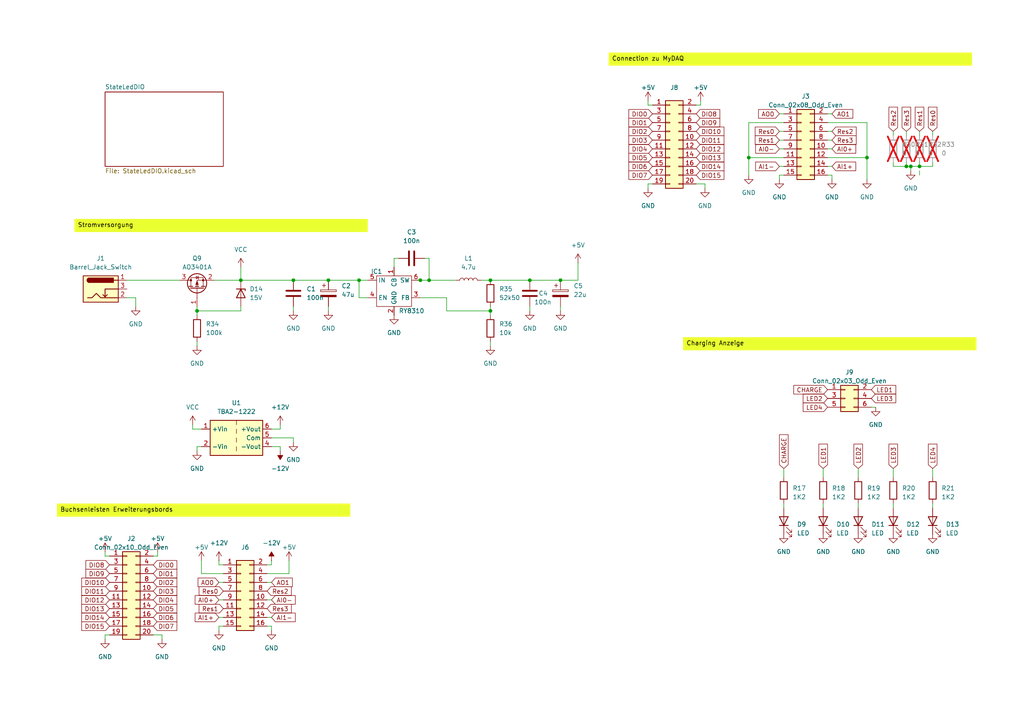
<source format=kicad_sch>
(kicad_sch (version 20231120) (generator "eeschema") (generator_version "8.0")
  (paper "A4")
  (lib_symbols
    (symbol "+5V_1" (power) (pin_numbers hide) (pin_names (offset 0) hide)
      (property "Value" "+5V" (at 0 3.556 0))
      (symbol "+5V_1_0_1"
        (polyline (pts (xy -0.762 1.27) (xy 0 2.54)))
        (polyline (pts (xy 0 0) (xy 0 2.54)))
        (polyline (pts (xy 0 2.54) (xy 0.762 1.27)))
      )
      (symbol "+5V_1_1_1"
        (pin power_in line (at 0 0 90) (length 0) (name "~") (number "1"))
      )
    )
    (symbol "Connector:Barrel_Jack_Switch" (pin_names hide)
      (property "Reference" "J" (at 0 5.334 0))
      (property "Value" "Barrel_Jack_Switch" (at 0 -5.08 0))
      (symbol "Barrel_Jack_Switch_0_1"
        (rectangle (start -5.08 3.81) (end 5.08 -3.81) (stroke (width 0.254)) (fill (type background)))
        (arc (start -3.302 3.175) (mid -3.9342 2.54) (end -3.302 1.905) (stroke (width 0.254)))
        (arc (start -3.302 3.175) (mid -3.9342 2.54) (end -3.302 1.905) (stroke (width 0.254)) (fill (type outline)))
        (polyline (pts (xy 1.27 -2.286) (xy 1.905 -1.651)) (stroke (width 0.254)))
        (polyline (pts (xy 5.08 2.54) (xy 3.81 2.54)) (stroke (width 0.254)))
        (polyline (pts (xy 5.08 0) (xy 1.27 0) (xy 1.27 -2.286) (xy 0.635 -1.651)) (stroke (width 0.254)))
        (polyline (pts (xy -3.81 -2.54) (xy -2.54 -2.54) (xy -1.27 -1.27) (xy 0 -2.54) (xy 2.54 -2.54) (xy 5.08 -2.54)) (stroke (width 0.254)))
        (rectangle (start 3.683 3.175) (end -3.302 1.905) (stroke (width 0.254)) (fill (type outline)))
      )
      (symbol "Barrel_Jack_Switch_1_1"
        (pin passive line (at 7.62 2.54 180) (length 2.54) (name "~") (number "1"))
        (pin passive line (at 7.62 -2.54 180) (length 2.54) (name "~") (number "2"))
        (pin passive line (at 7.62 0 180) (length 2.54) (name "~") (number "3"))
      )
    )
    (symbol "Connector_Generic:Conn_02x03_Odd_Even" (pin_names (offset 1.016) hide)
      (property "Reference" "J" (at 1.27 5.08 0))
      (property "Value" "Conn_02x03_Odd_Even" (at 1.27 -5.08 0))
      (symbol "Conn_02x03_Odd_Even_1_1"
        (rectangle (start -1.27 -2.413) (end 0 -2.667) (stroke (width 0.1524)))
        (rectangle (start -1.27 0.127) (end 0 -0.127) (stroke (width 0.1524)))
        (rectangle (start -1.27 2.667) (end 0 2.413) (stroke (width 0.1524)))
        (rectangle (start -1.27 3.81) (end 3.81 -3.81) (stroke (width 0.254)) (fill (type background)))
        (rectangle (start 3.81 -2.413) (end 2.54 -2.667) (stroke (width 0.1524)))
        (rectangle (start 3.81 0.127) (end 2.54 -0.127) (stroke (width 0.1524)))
        (rectangle (start 3.81 2.667) (end 2.54 2.413) (stroke (width 0.1524)))
        (pin passive line (at -5.08 2.54 0) (length 3.81) (name "Pin_1") (number "1"))
        (pin passive line (at 7.62 2.54 180) (length 3.81) (name "Pin_2") (number "2"))
        (pin passive line (at -5.08 0 0) (length 3.81) (name "Pin_3") (number "3"))
        (pin passive line (at 7.62 0 180) (length 3.81) (name "Pin_4") (number "4"))
        (pin passive line (at -5.08 -2.54 0) (length 3.81) (name "Pin_5") (number "5"))
        (pin passive line (at 7.62 -2.54 180) (length 3.81) (name "Pin_6") (number "6"))
      )
    )
    (symbol "Connector_Generic:Conn_02x08_Odd_Even" (pin_names (offset 1.016) hide)
      (property "Reference" "J" (at 1.27 10.16 0))
      (property "Value" "Conn_02x08_Odd_Even" (at 1.27 -12.7 0))
      (symbol "Conn_02x08_Odd_Even_1_1"
        (rectangle (start -1.27 -10.033) (end 0 -10.287) (stroke (width 0.1524)))
        (rectangle (start -1.27 -7.493) (end 0 -7.747) (stroke (width 0.1524)))
        (rectangle (start -1.27 -4.953) (end 0 -5.207) (stroke (width 0.1524)))
        (rectangle (start -1.27 -2.413) (end 0 -2.667) (stroke (width 0.1524)))
        (rectangle (start -1.27 0.127) (end 0 -0.127) (stroke (width 0.1524)))
        (rectangle (start -1.27 2.667) (end 0 2.413) (stroke (width 0.1524)))
        (rectangle (start -1.27 5.207) (end 0 4.953) (stroke (width 0.1524)))
        (rectangle (start -1.27 7.747) (end 0 7.493) (stroke (width 0.1524)))
        (rectangle (start -1.27 8.89) (end 3.81 -11.43) (stroke (width 0.254)) (fill (type background)))
        (rectangle (start 3.81 -10.033) (end 2.54 -10.287) (stroke (width 0.1524)))
        (rectangle (start 3.81 -7.493) (end 2.54 -7.747) (stroke (width 0.1524)))
        (rectangle (start 3.81 -4.953) (end 2.54 -5.207) (stroke (width 0.1524)))
        (rectangle (start 3.81 -2.413) (end 2.54 -2.667) (stroke (width 0.1524)))
        (rectangle (start 3.81 0.127) (end 2.54 -0.127) (stroke (width 0.1524)))
        (rectangle (start 3.81 2.667) (end 2.54 2.413) (stroke (width 0.1524)))
        (rectangle (start 3.81 5.207) (end 2.54 4.953) (stroke (width 0.1524)))
        (rectangle (start 3.81 7.747) (end 2.54 7.493) (stroke (width 0.1524)))
        (pin passive line (at -5.08 7.62 0) (length 3.81) (name "Pin_1") (number "1"))
        (pin passive line (at 7.62 -2.54 180) (length 3.81) (name "Pin_10") (number "10"))
        (pin passive line (at -5.08 -5.08 0) (length 3.81) (name "Pin_11") (number "11"))
        (pin passive line (at 7.62 -5.08 180) (length 3.81) (name "Pin_12") (number "12"))
        (pin passive line (at -5.08 -7.62 0) (length 3.81) (name "Pin_13") (number "13"))
        (pin passive line (at 7.62 -7.62 180) (length 3.81) (name "Pin_14") (number "14"))
        (pin passive line (at -5.08 -10.16 0) (length 3.81) (name "Pin_15") (number "15"))
        (pin passive line (at 7.62 -10.16 180) (length 3.81) (name "Pin_16") (number "16"))
        (pin passive line (at 7.62 7.62 180) (length 3.81) (name "Pin_2") (number "2"))
        (pin passive line (at -5.08 5.08 0) (length 3.81) (name "Pin_3") (number "3"))
        (pin passive line (at 7.62 5.08 180) (length 3.81) (name "Pin_4") (number "4"))
        (pin passive line (at -5.08 2.54 0) (length 3.81) (name "Pin_5") (number "5"))
        (pin passive line (at 7.62 2.54 180) (length 3.81) (name "Pin_6") (number "6"))
        (pin passive line (at -5.08 0 0) (length 3.81) (name "Pin_7") (number "7"))
        (pin passive line (at 7.62 0 180) (length 3.81) (name "Pin_8") (number "8"))
        (pin passive line (at -5.08 -2.54 0) (length 3.81) (name "Pin_9") (number "9"))
      )
    )
    (symbol "Connector_Generic:Conn_02x10_Odd_Even" (pin_names (offset 1.016) hide)
      (property "Reference" "J" (at 1.27 12.7 0))
      (property "Value" "Conn_02x10_Odd_Even" (at 1.27 -15.24 0))
      (symbol "Conn_02x10_Odd_Even_1_1"
        (rectangle (start -1.27 -12.573) (end 0 -12.827) (stroke (width 0.1524)))
        (rectangle (start -1.27 -10.033) (end 0 -10.287) (stroke (width 0.1524)))
        (rectangle (start -1.27 -7.493) (end 0 -7.747) (stroke (width 0.1524)))
        (rectangle (start -1.27 -4.953) (end 0 -5.207) (stroke (width 0.1524)))
        (rectangle (start -1.27 -2.413) (end 0 -2.667) (stroke (width 0.1524)))
        (rectangle (start -1.27 0.127) (end 0 -0.127) (stroke (width 0.1524)))
        (rectangle (start -1.27 2.667) (end 0 2.413) (stroke (width 0.1524)))
        (rectangle (start -1.27 5.207) (end 0 4.953) (stroke (width 0.1524)))
        (rectangle (start -1.27 7.747) (end 0 7.493) (stroke (width 0.1524)))
        (rectangle (start -1.27 10.287) (end 0 10.033) (stroke (width 0.1524)))
        (rectangle (start -1.27 11.43) (end 3.81 -13.97) (stroke (width 0.254)) (fill (type background)))
        (rectangle (start 3.81 -12.573) (end 2.54 -12.827) (stroke (width 0.1524)))
        (rectangle (start 3.81 -10.033) (end 2.54 -10.287) (stroke (width 0.1524)))
        (rectangle (start 3.81 -7.493) (end 2.54 -7.747) (stroke (width 0.1524)))
        (rectangle (start 3.81 -4.953) (end 2.54 -5.207) (stroke (width 0.1524)))
        (rectangle (start 3.81 -2.413) (end 2.54 -2.667) (stroke (width 0.1524)))
        (rectangle (start 3.81 0.127) (end 2.54 -0.127) (stroke (width 0.1524)))
        (rectangle (start 3.81 2.667) (end 2.54 2.413) (stroke (width 0.1524)))
        (rectangle (start 3.81 5.207) (end 2.54 4.953) (stroke (width 0.1524)))
        (rectangle (start 3.81 7.747) (end 2.54 7.493) (stroke (width 0.1524)))
        (rectangle (start 3.81 10.287) (end 2.54 10.033) (stroke (width 0.1524)))
        (pin passive line (at -5.08 10.16 0) (length 3.81) (name "Pin_1") (number "1"))
        (pin passive line (at 7.62 0 180) (length 3.81) (name "Pin_10") (number "10"))
        (pin passive line (at -5.08 -2.54 0) (length 3.81) (name "Pin_11") (number "11"))
        (pin passive line (at 7.62 -2.54 180) (length 3.81) (name "Pin_12") (number "12"))
        (pin passive line (at -5.08 -5.08 0) (length 3.81) (name "Pin_13") (number "13"))
        (pin passive line (at 7.62 -5.08 180) (length 3.81) (name "Pin_14") (number "14"))
        (pin passive line (at -5.08 -7.62 0) (length 3.81) (name "Pin_15") (number "15"))
        (pin passive line (at 7.62 -7.62 180) (length 3.81) (name "Pin_16") (number "16"))
        (pin passive line (at -5.08 -10.16 0) (length 3.81) (name "Pin_17") (number "17"))
        (pin passive line (at 7.62 -10.16 180) (length 3.81) (name "Pin_18") (number "18"))
        (pin passive line (at -5.08 -12.7 0) (length 3.81) (name "Pin_19") (number "19"))
        (pin passive line (at 7.62 10.16 180) (length 3.81) (name "Pin_2") (number "2"))
        (pin passive line (at 7.62 -12.7 180) (length 3.81) (name "Pin_20") (number "20"))
        (pin passive line (at -5.08 7.62 0) (length 3.81) (name "Pin_3") (number "3"))
        (pin passive line (at 7.62 7.62 180) (length 3.81) (name "Pin_4") (number "4"))
        (pin passive line (at -5.08 5.08 0) (length 3.81) (name "Pin_5") (number "5"))
        (pin passive line (at 7.62 5.08 180) (length 3.81) (name "Pin_6") (number "6"))
        (pin passive line (at -5.08 2.54 0) (length 3.81) (name "Pin_7") (number "7"))
        (pin passive line (at 7.62 2.54 180) (length 3.81) (name "Pin_8") (number "8"))
        (pin passive line (at -5.08 0 0) (length 3.81) (name "Pin_9") (number "9"))
      )
    )
    (symbol "Converter_DCDC:TBA2-1222"
      (property "Reference" "U" (at -6.35 6.35 0))
      (property "Value" "TBA2-1222" (at 2.54 6.35 0))
      (symbol "TBA2-1222_0_1"
        (rectangle (start -7.62 5.08) (end 7.62 -5.08) (stroke (width 0.254)) (fill (type background)))
        (polyline (pts (xy 0 -2.54) (xy 0 -3.81)))
        (polyline (pts (xy 0 0) (xy 0 -1.27)))
        (polyline (pts (xy 0 2.54) (xy 0 1.27)))
        (polyline (pts (xy 0 5.08) (xy 0 3.81)))
      )
      (symbol "TBA2-1222_1_1"
        (pin power_in line (at -10.16 2.54 0) (length 2.54) (name "+Vin") (number "1"))
        (pin power_in line (at -10.16 -2.54 0) (length 2.54) (name "-Vin") (number "2"))
        (pin power_out line (at 10.16 -2.54 180) (length 2.54) (name "-Vout") (number "4"))
        (pin power_out line (at 10.16 0 180) (length 2.54) (name "Com") (number "5"))
        (pin power_out line (at 10.16 2.54 180) (length 2.54) (name "+Vout") (number "6"))
      )
    )
    (symbol "Device:C" (pin_numbers hide) (pin_names (offset 0.254))
      (property "Reference" "C" (at 0.635 2.54 0))
      (property "Value" "C" (at 0.635 -2.54 0))
      (symbol "C_0_1"
        (polyline (pts (xy -2.032 -0.762) (xy 2.032 -0.762)) (stroke (width 0.508)))
        (polyline (pts (xy -2.032 0.762) (xy 2.032 0.762)) (stroke (width 0.508)))
      )
      (symbol "C_1_1"
        (pin passive line (at 0 3.81 270) (length 2.794) (name "~") (number "1"))
        (pin passive line (at 0 -3.81 90) (length 2.794) (name "~") (number "2"))
      )
    )
    (symbol "Device:C_Polarized" (pin_numbers hide) (pin_names (offset 0.254))
      (property "Reference" "C" (at 0.635 2.54 0))
      (property "Value" "C_Polarized" (at 0.635 -2.54 0))
      (symbol "C_Polarized_0_1"
        (rectangle (start -2.286 0.508) (end 2.286 1.016))
        (polyline (pts (xy -1.778 2.286) (xy -0.762 2.286)))
        (polyline (pts (xy -1.27 2.794) (xy -1.27 1.778)))
        (rectangle (start 2.286 -0.508) (end -2.286 -1.016) (fill (type outline)))
      )
      (symbol "C_Polarized_1_1"
        (pin passive line (at 0 3.81 270) (length 2.794) (name "~") (number "1"))
        (pin passive line (at 0 -3.81 90) (length 2.794) (name "~") (number "2"))
      )
    )
    (symbol "Device:D_Zener" (pin_numbers hide) (pin_names (offset 1.016) hide)
      (property "Reference" "D" (at 0 2.54 0))
      (property "Value" "D_Zener" (at 0 -2.54 0))
      (symbol "D_Zener_0_1"
        (polyline (pts (xy 1.27 0) (xy -1.27 0)))
        (polyline (pts (xy -1.27 -1.27) (xy -1.27 1.27) (xy -0.762 1.27)) (stroke (width 0.254)))
        (polyline (pts (xy 1.27 -1.27) (xy 1.27 1.27) (xy -1.27 0) (xy 1.27 -1.27)) (stroke (width 0.254)))
      )
      (symbol "D_Zener_1_1"
        (pin passive line (at -3.81 0 0) (length 2.54) (name "K") (number "1"))
        (pin passive line (at 3.81 0 180) (length 2.54) (name "A") (number "2"))
      )
    )
    (symbol "Device:L" (pin_numbers hide) (pin_names (offset 1.016) hide)
      (property "Reference" "L" (at -1.27 0 90))
      (property "Value" "L" (at 1.905 0 90))
      (symbol "L_0_1"
        (arc (start 0 -2.54) (mid 0.6323 -1.905) (end 0 -1.27))
        (arc (start 0 -1.27) (mid 0.6323 -0.635) (end 0 0))
        (arc (start 0 0) (mid 0.6323 0.635) (end 0 1.27))
        (arc (start 0 1.27) (mid 0.6323 1.905) (end 0 2.54))
      )
      (symbol "L_1_1"
        (pin passive line (at 0 3.81 270) (length 1.27) (name "1") (number "1"))
        (pin passive line (at 0 -3.81 90) (length 1.27) (name "2") (number "2"))
      )
    )
    (symbol "Device:LED" (pin_numbers hide) (pin_names (offset 1.016) hide)
      (property "Reference" "D" (at 0 2.54 0))
      (property "Value" "LED" (at 0 -2.54 0))
      (symbol "LED_0_1"
        (polyline (pts (xy -1.27 -1.27) (xy -1.27 1.27)) (stroke (width 0.254)))
        (polyline (pts (xy -1.27 0) (xy 1.27 0)))
        (polyline (pts (xy 1.27 -1.27) (xy 1.27 1.27) (xy -1.27 0) (xy 1.27 -1.27)) (stroke (width 0.254)))
        (polyline (pts (xy -3.048 -0.762) (xy -4.572 -2.286) (xy -3.81 -2.286) (xy -4.572 -2.286) (xy -4.572 -1.524)))
        (polyline (pts (xy -1.778 -0.762) (xy -3.302 -2.286) (xy -2.54 -2.286) (xy -3.302 -2.286) (xy -3.302 -1.524)))
      )
      (symbol "LED_1_1"
        (pin passive line (at -3.81 0 0) (length 2.54) (name "K") (number "1"))
        (pin passive line (at 3.81 0 180) (length 2.54) (name "A") (number "2"))
      )
    )
    (symbol "Device:R" (pin_numbers hide) (pin_names (offset 0))
      (property "Reference" "R" (at 2.032 0 90))
      (property "Value" "R" (at 0 0 90))
      (symbol "R_0_1"
        (rectangle (start -1.016 -2.54) (end 1.016 2.54) (stroke (width 0.254)))
      )
      (symbol "R_1_1"
        (pin passive line (at 0 3.81 270) (length 1.27) (name "~") (number "1"))
        (pin passive line (at 0 -3.81 90) (length 1.27) (name "~") (number "2"))
      )
    )
    (symbol "Techbeard:RY8310"
      (property "Reference" "IC" (at -5.08 6.35 0))
      (property "Value" "RY8310" (at 5.08 6.35 0))
      (symbol "RY8310_0_1"
        (rectangle (start -5.08 5.08) (end 5.08 -3.81))
      )
      (symbol "RY8310_1_1"
        (pin input line (at 0 7.62 270) (length 2.54) (name "CB") (number "1"))
        (pin input line (at 0 -6.35 90) (length 2.54) (name "GND") (number "2"))
        (pin input line (at 7.62 -1.27 180) (length 2.54) (name "FB") (number "3"))
        (pin input line (at -7.62 -1.27 0) (length 2.54) (name "EN") (number "4"))
        (pin input line (at -7.62 3.81 0) (length 2.54) (name "IN") (number "5"))
        (pin input line (at 7.62 3.81 180) (length 2.54) (name "SW") (number "6"))
      )
    )
    (symbol "Transistor_FET:AO3401A" (pin_names hide)
      (property "Reference" "Q" (at 5.08 1.905 0))
      (property "Value" "AO3401A" (at 5.08 0 0))
      (symbol "AO3401A_0_1"
        (polyline (pts (xy 0.254 0) (xy -2.54 0)))
        (polyline (pts (xy 0.254 1.905) (xy 0.254 -1.905)) (stroke (width 0.254)))
        (polyline (pts (xy 0.762 -1.27) (xy 0.762 -2.286)) (stroke (width 0.254)))
        (polyline (pts (xy 0.762 0.508) (xy 0.762 -0.508)) (stroke (width 0.254)))
        (polyline (pts (xy 0.762 2.286) (xy 0.762 1.27)) (stroke (width 0.254)))
        (polyline (pts (xy 2.54 2.54) (xy 2.54 1.778)))
        (polyline (pts (xy 2.54 -2.54) (xy 2.54 0) (xy 0.762 0)))
        (polyline (pts (xy 0.762 1.778) (xy 3.302 1.778) (xy 3.302 -1.778) (xy 0.762 -1.778)))
        (polyline (pts (xy 2.286 0) (xy 1.27 0.381) (xy 1.27 -0.381) (xy 2.286 0)) (fill (type outline)))
        (polyline (pts (xy 2.794 -0.508) (xy 2.921 -0.381) (xy 3.683 -0.381) (xy 3.81 -0.254)))
        (polyline (pts (xy 3.302 -0.381) (xy 2.921 0.254) (xy 3.683 0.254) (xy 3.302 -0.381)))
        (circle (center 1.651 0) (radius 2.794) (stroke (width 0.254)))
        (circle (center 2.54 -1.778) (radius 0.254) (fill (type outline)))
        (circle (center 2.54 1.778) (radius 0.254) (fill (type outline)))
      )
      (symbol "AO3401A_1_1"
        (pin input line (at -5.08 0 0) (length 2.54) (name "G") (number "1"))
        (pin passive line (at 2.54 -5.08 90) (length 2.54) (name "S") (number "2"))
        (pin passive line (at 2.54 5.08 270) (length 2.54) (name "D") (number "3"))
      )
    )
    (symbol "power:+12V" (power) (pin_numbers hide) (pin_names (offset 0) hide)
      (property "Value" "+12V" (at 0 3.556 0))
      (symbol "+12V_0_1"
        (polyline (pts (xy -0.762 1.27) (xy 0 2.54)))
        (polyline (pts (xy 0 0) (xy 0 2.54)))
        (polyline (pts (xy 0 2.54) (xy 0.762 1.27)))
      )
      (symbol "+12V_1_1"
        (pin power_in line (at 0 0 90) (length 0) (name "~") (number "1"))
      )
    )
    (symbol "power:+5V" (power) (pin_names (offset 0))
      (property "Value" "+5V" (at 0 3.556 0))
      (symbol "+5V_0_1"
        (polyline (pts (xy -0.762 1.27) (xy 0 2.54)))
        (polyline (pts (xy 0 0) (xy 0 2.54)))
        (polyline (pts (xy 0 2.54) (xy 0.762 1.27)))
      )
      (symbol "+5V_1_1"
        (pin power_in line (at 0 0 90) (length 0) hide (name "+5V") (number "1"))
      )
    )
    (symbol "power:-12V" (power) (pin_numbers hide) (pin_names (offset 0) hide)
      (property "Value" "-12V" (at 0 3.556 0))
      (symbol "-12V_0_0"
        (pin power_in line (at 0 0 90) (length 0) (name "~") (number "1"))
      )
      (symbol "-12V_0_1"
        (polyline (pts (xy 0 0) (xy 0 1.27) (xy 0.762 1.27) (xy 0 2.54) (xy -0.762 1.27) (xy 0 1.27)) (fill (type outline)))
      )
    )
    (symbol "power:GND" (power) (pin_names (offset 0))
      (property "Value" "GND" (at 0 -3.81 0))
      (symbol "GND_0_1"
        (polyline (pts (xy 0 0) (xy 0 -1.27) (xy 1.27 -1.27) (xy 0 -2.54) (xy -1.27 -1.27) (xy 0 -1.27)))
      )
      (symbol "GND_1_1"
        (pin power_in line (at 0 0 270) (length 0) hide (name "GND") (number "1"))
      )
    )
    (symbol "power:VCC" (power) (pin_numbers hide) (pin_names (offset 0) hide)
      (property "Value" "VCC" (at 0 3.556 0))
      (symbol "VCC_0_1"
        (polyline (pts (xy -0.762 1.27) (xy 0 2.54)))
        (polyline (pts (xy 0 0) (xy 0 2.54)))
        (polyline (pts (xy 0 2.54) (xy 0.762 1.27)))
      )
      (symbol "VCC_1_1"
        (pin power_in line (at 0 0 90) (length 0) (name "~") (number "1"))
      )
    )
  )
  (junction (at 217.17 45.72))
  (junction (at 95.25 81.28))
  (junction (at 266.7 48.26))
  (junction (at 162.56 81.28))
  (junction (at 142.24 81.28))
  (junction (at 124.46 81.28))
  (junction (at 85.09 81.28))
  (junction (at 69.85 81.28))
  (junction (at 57.15 90.17))
  (junction (at 153.67 81.28))
  (junction (at 104.14 81.28))
  (junction (at 262.89 48.26))
  (junction (at 264.16 48.26))
  (junction (at 251.46 45.72))
  (junction (at 142.24 90.17))
  (junction (at 121.92 81.28))
  (wire (pts (xy 238.76 146.05) (xy 238.76 147.32)))
  (wire (pts (xy 78.74 124.46) (xy 81.28 124.46)))
  (wire (pts (xy 57.15 129.54) (xy 57.15 130.81)))
  (wire (pts (xy 266.7 48.26) (xy 264.16 48.26)))
  (wire (pts (xy 78.74 181.61) (xy 78.74 182.88)))
  (wire (pts (xy 241.3 50.8) (xy 241.3 52.07)))
  (wire (pts (xy 95.25 81.28) (xy 104.14 81.28)))
  (wire (pts (xy 259.08 46.99) (xy 259.08 48.26)))
  (wire (pts (xy 259.08 38.1) (xy 259.08 39.37)))
  (wire (pts (xy 44.45 184.15) (xy 46.99 184.15)))
  (wire (pts (xy 240.03 45.72) (xy 251.46 45.72)))
  (wire (pts (xy 226.06 50.8) (xy 226.06 52.07)))
  (wire (pts (xy 78.74 173.99) (xy 77.47 173.99)))
  (wire (pts (xy 270.51 46.99) (xy 270.51 48.26)))
  (wire (pts (xy 217.17 35.56) (xy 217.17 45.72)))
  (wire (pts (xy 104.14 81.28) (xy 106.68 81.28)))
  (wire (pts (xy 226.06 40.64) (xy 227.33 40.64)))
  (wire (pts (xy 81.28 124.46) (xy 81.28 123.19)))
  (wire (pts (xy 45.72 161.29) (xy 44.45 161.29)))
  (wire (pts (xy 78.74 168.91) (xy 77.47 168.91)))
  (wire (pts (xy 69.85 81.28) (xy 85.09 81.28)))
  (wire (pts (xy 121.92 81.28) (xy 124.46 81.28)))
  (wire (pts (xy 36.83 86.36) (xy 39.37 86.36)))
  (wire (pts (xy 270.51 146.05) (xy 270.51 147.32)))
  (wire (pts (xy 203.2 29.21) (xy 203.2 30.48)))
  (wire (pts (xy 217.17 45.72) (xy 227.33 45.72)))
  (wire (pts (xy 248.92 146.05) (xy 248.92 147.32)))
  (wire (pts (xy 77.47 181.61) (xy 78.74 181.61)))
  (wire (pts (xy 63.5 179.07) (xy 64.77 179.07)))
  (wire (pts (xy 227.33 135.89) (xy 227.33 138.43)))
  (wire (pts (xy 187.96 29.21) (xy 187.96 30.48)))
  (wire (pts (xy 120.65 81.28) (xy 121.92 81.28)))
  (wire (pts (xy 153.67 81.28) (xy 162.56 81.28)))
  (wire (pts (xy 142.24 99.06) (xy 142.24 100.33)))
  (wire (pts (xy 226.06 33.02) (xy 227.33 33.02)))
  (wire (pts (xy 153.67 88.9) (xy 153.67 90.17)))
  (wire (pts (xy 262.89 46.99) (xy 262.89 48.26)))
  (wire (pts (xy 167.64 76.2) (xy 167.64 81.28)))
  (wire (pts (xy 83.82 162.56) (xy 83.82 166.37)))
  (wire (pts (xy 162.56 81.28) (xy 167.64 81.28)))
  (wire (pts (xy 226.06 43.18) (xy 227.33 43.18)))
  (wire (pts (xy 254 118.11) (xy 252.73 118.11)))
  (wire (pts (xy 240.03 50.8) (xy 241.3 50.8)))
  (wire (pts (xy 30.48 184.15) (xy 31.75 184.15)))
  (wire (pts (xy 187.96 54.61) (xy 187.96 53.34)))
  (wire (pts (xy 85.09 88.9) (xy 85.09 90.17)))
  (wire (pts (xy 45.72 160.02) (xy 45.72 161.29)))
  (wire (pts (xy 270.51 48.26) (xy 266.7 48.26)))
  (wire (pts (xy 227.33 50.8) (xy 226.06 50.8)))
  (wire (pts (xy 226.06 48.26) (xy 227.33 48.26)))
  (wire (pts (xy 142.24 88.9) (xy 142.24 90.17)))
  (wire (pts (xy 240.03 38.1) (xy 241.3 38.1)))
  (wire (pts (xy 62.23 81.28) (xy 69.85 81.28)))
  (wire (pts (xy 262.89 48.26) (xy 259.08 48.26)))
  (wire (pts (xy 81.28 129.54) (xy 81.28 130.81)))
  (wire (pts (xy 270.51 38.1) (xy 270.51 39.37)))
  (wire (pts (xy 114.3 74.93) (xy 114.3 77.47)))
  (wire (pts (xy 162.56 88.9) (xy 162.56 90.17)))
  (wire (pts (xy 129.54 90.17) (xy 142.24 90.17)))
  (wire (pts (xy 248.92 135.89) (xy 248.92 138.43)))
  (wire (pts (xy 63.5 162.56) (xy 63.5 163.83)))
  (wire (pts (xy 63.5 163.83) (xy 64.77 163.83)))
  (wire (pts (xy 142.24 81.28) (xy 153.67 81.28)))
  (wire (pts (xy 95.25 88.9) (xy 95.25 90.17)))
  (wire (pts (xy 251.46 52.07) (xy 251.46 45.72)))
  (wire (pts (xy 57.15 88.9) (xy 57.15 90.17)))
  (wire (pts (xy 142.24 90.17) (xy 142.24 91.44)))
  (wire (pts (xy 78.74 163.83) (xy 78.74 162.56)))
  (wire (pts (xy 187.96 30.48) (xy 189.23 30.48)))
  (wire (pts (xy 227.33 35.56) (xy 217.17 35.56)))
  (wire (pts (xy 85.09 127) (xy 85.09 128.27)))
  (wire (pts (xy 30.48 160.02) (xy 30.48 161.29)))
  (wire (pts (xy 266.7 46.99) (xy 266.7 48.26)))
  (wire (pts (xy 63.5 181.61) (xy 63.5 182.88)))
  (wire (pts (xy 58.42 124.46) (xy 55.88 124.46)))
  (wire (pts (xy 83.82 166.37) (xy 77.47 166.37)))
  (wire (pts (xy 259.08 135.89) (xy 259.08 138.43)))
  (wire (pts (xy 58.42 162.56) (xy 58.42 166.37)))
  (wire (pts (xy 46.99 185.42) (xy 46.99 184.15)))
  (wire (pts (xy 63.5 173.99) (xy 64.77 173.99)))
  (wire (pts (xy 124.46 81.28) (xy 132.08 81.28)))
  (wire (pts (xy 264.16 48.26) (xy 262.89 48.26)))
  (wire (pts (xy 226.06 38.1) (xy 227.33 38.1)))
  (wire (pts (xy 55.88 124.46) (xy 55.88 123.19)))
  (wire (pts (xy 124.46 74.93) (xy 124.46 81.28)))
  (wire (pts (xy 85.09 81.28) (xy 95.25 81.28)))
  (wire (pts (xy 78.74 179.07) (xy 77.47 179.07)))
  (wire (pts (xy 106.68 86.36) (xy 104.14 86.36)))
  (wire (pts (xy 104.14 86.36) (xy 104.14 81.28)))
  (wire (pts (xy 139.7 81.28) (xy 142.24 81.28)))
  (wire (pts (xy 266.7 38.1) (xy 266.7 39.37)))
  (wire (pts (xy 240.03 40.64) (xy 241.3 40.64)))
  (wire (pts (xy 36.83 81.28) (xy 52.07 81.28)))
  (wire (pts (xy 123.19 74.93) (xy 124.46 74.93)))
  (wire (pts (xy 63.5 168.91) (xy 64.77 168.91)))
  (wire (pts (xy 201.93 53.34) (xy 204.47 53.34)))
  (wire (pts (xy 203.2 30.48) (xy 201.93 30.48)))
  (wire (pts (xy 240.03 43.18) (xy 241.3 43.18)))
  (wire (pts (xy 39.37 86.36) (xy 39.37 88.9)))
  (wire (pts (xy 241.3 48.26) (xy 240.03 48.26)))
  (wire (pts (xy 78.74 127) (xy 85.09 127)))
  (wire (pts (xy 240.03 35.56) (xy 251.46 35.56)))
  (wire (pts (xy 266.7 49.53) (xy 266.7 50.8)))
  (wire (pts (xy 238.76 135.89) (xy 238.76 138.43)))
  (wire (pts (xy 58.42 129.54) (xy 57.15 129.54)))
  (wire (pts (xy 30.48 161.29) (xy 31.75 161.29)))
  (wire (pts (xy 204.47 54.61) (xy 204.47 53.34)))
  (wire (pts (xy 262.89 38.1) (xy 262.89 39.37)))
  (wire (pts (xy 187.96 53.34) (xy 189.23 53.34)))
  (wire (pts (xy 114.3 74.93) (xy 115.57 74.93)))
  (wire (pts (xy 57.15 90.17) (xy 57.15 91.44)))
  (wire (pts (xy 69.85 90.17) (xy 57.15 90.17)))
  (wire (pts (xy 78.74 129.54) (xy 81.28 129.54)))
  (wire (pts (xy 30.48 185.42) (xy 30.48 184.15)))
  (wire (pts (xy 227.33 146.05) (xy 227.33 147.32)))
  (wire (pts (xy 264.16 48.26) (xy 264.16 49.53)))
  (wire (pts (xy 77.47 163.83) (xy 78.74 163.83)))
  (wire (pts (xy 64.77 181.61) (xy 63.5 181.61)))
  (wire (pts (xy 240.03 33.02) (xy 241.3 33.02)))
  (wire (pts (xy 217.17 45.72) (xy 217.17 50.8)))
  (wire (pts (xy 58.42 166.37) (xy 64.77 166.37)))
  (wire (pts (xy 129.54 86.36) (xy 129.54 90.17)))
  (wire (pts (xy 69.85 88.9) (xy 69.85 90.17)))
  (wire (pts (xy 270.51 135.89) (xy 270.51 138.43)))
  (wire (pts (xy 251.46 35.56) (xy 251.46 45.72)))
  (wire (pts (xy 259.08 146.05) (xy 259.08 147.32)))
  (wire (pts (xy 121.92 86.36) (xy 129.54 86.36)))
  (wire (pts (xy 57.15 99.06) (xy 57.15 100.33)))
  (wire (pts (xy 69.85 77.47) (xy 69.85 81.28)))
  (text_box "Buchsenleisten Erweiterungsbords" (at 16.51 146.05 0) (size 85.09 3.81) (stroke (width -0.0001)) (fill (type color) (color 234 255 48 1)) (effects (font (size 1.27 1.27)) (justify left top)))
  (text_box "Stromversorgung" (at 21.59 63.5 0) (size 85.09 3.81) (stroke (width -0.0001)) (fill (type color) (color 234 255 48 1)) (effects (font (size 1.27 1.27)) (justify left top)))
  (text_box "Charging Anzeige" (at 198.12 97.79 0) (size 85.09 3.81) (stroke (width -0.0001)) (fill (type color) (color 234 255 48 1)) (effects (font (size 1.27 1.27)) (justify left top)))
  (text_box "Connection zu MyDAQ" (at 176.53 15.24 0) (size 105.41 3.81) (stroke (width -0.0001)) (fill (type color) (color 234 255 48 1)) (effects (font (size 1.27 1.27)) (justify left top)))
  (global_label "DIO4" (shape input) (at 189.23 43.18 180) (property "Intersheetrefs" "${INTERSHEET_REFS}" (effects (hide yes))))
  (global_label "AI0+" (shape input) (at 63.5 173.99 180) (property "Intersheetrefs" "${INTERSHEET_REFS}" (effects (hide yes))))
  (global_label "Res3" (shape input) (at 241.3 40.64 0) (property "Intersheetrefs" "${INTERSHEET_REFS}" (effects (hide yes))))
  (global_label "AI0+" (shape input) (at 241.3 43.18 0) (property "Intersheetrefs" "${INTERSHEET_REFS}" (effects (hide yes))))
  (global_label "DIO14" (shape input) (at 31.75 179.07 180) (property "Intersheetrefs" "${INTERSHEET_REFS}" (effects (hide yes))))
  (global_label "Res1" (shape input) (at 266.7 38.1 90) (property "Intersheetrefs" "${INTERSHEET_REFS}" (effects (hide yes))))
  (global_label "Res0" (shape input) (at 64.77 171.45 180) (property "Intersheetrefs" "${INTERSHEET_REFS}" (effects (hide yes))))
  (global_label "AO0" (shape input) (at 63.5 168.91 180) (property "Intersheetrefs" "${INTERSHEET_REFS}" (effects (hide yes))))
  (global_label "AI1+" (shape input) (at 63.5 179.07 180) (property "Intersheetrefs" "${INTERSHEET_REFS}" (effects (hide yes))))
  (global_label "DIO7" (shape input) (at 44.45 181.61 0) (property "Intersheetrefs" "${INTERSHEET_REFS}" (effects (hide yes))))
  (global_label "DIO2" (shape input) (at 44.45 168.91 0) (property "Intersheetrefs" "${INTERSHEET_REFS}" (effects (hide yes))))
  (global_label "Res3" (shape input) (at 77.47 176.53 0) (property "Intersheetrefs" "${INTERSHEET_REFS}" (effects (hide yes))))
  (global_label "CHARGE" (shape input) (at 227.33 135.89 90) (property "Intersheetrefs" "${INTERSHEET_REFS}" (effects (hide yes))))
  (global_label "DIO10" (shape input) (at 31.75 168.91 180) (property "Intersheetrefs" "${INTERSHEET_REFS}" (effects (hide yes))))
  (global_label "DIO1" (shape input) (at 189.23 35.56 180) (property "Intersheetrefs" "${INTERSHEET_REFS}" (effects (hide yes))))
  (global_label "AI1-" (shape input) (at 226.06 48.26 180) (property "Intersheetrefs" "${INTERSHEET_REFS}" (effects (hide yes))))
  (global_label "AO1" (shape input) (at 78.74 168.91 0) (property "Intersheetrefs" "${INTERSHEET_REFS}" (effects (hide yes))))
  (global_label "DIO9" (shape input) (at 31.75 166.37 180) (property "Intersheetrefs" "${INTERSHEET_REFS}" (effects (hide yes))))
  (global_label "DIO15" (shape input) (at 31.75 181.61 180) (property "Intersheetrefs" "${INTERSHEET_REFS}" (effects (hide yes))))
  (global_label "Res2" (shape input) (at 241.3 38.1 0) (property "Intersheetrefs" "${INTERSHEET_REFS}" (effects (hide yes))))
  (global_label "DIO7" (shape input) (at 189.23 50.8 180) (property "Intersheetrefs" "${INTERSHEET_REFS}" (effects (hide yes))))
  (global_label "Res0" (shape input) (at 270.51 38.1 90) (property "Intersheetrefs" "${INTERSHEET_REFS}" (effects (hide yes))))
  (global_label "DIO6" (shape input) (at 44.45 179.07 0) (property "Intersheetrefs" "${INTERSHEET_REFS}" (effects (hide yes))))
  (global_label "DIO3" (shape input) (at 189.23 40.64 180) (property "Intersheetrefs" "${INTERSHEET_REFS}" (effects (hide yes))))
  (global_label "LED1" (shape input) (at 252.73 113.03 0) (property "Intersheetrefs" "${INTERSHEET_REFS}" (effects (hide yes))))
  (global_label "LED4" (shape input) (at 240.03 118.11 180) (property "Intersheetrefs" "${INTERSHEET_REFS}" (effects (hide yes))))
  (global_label "CHARGE" (shape input) (at 240.03 113.03 180) (property "Intersheetrefs" "${INTERSHEET_REFS}" (effects (hide yes))))
  (global_label "DIO4" (shape input) (at 44.45 173.99 0) (property "Intersheetrefs" "${INTERSHEET_REFS}" (effects (hide yes))))
  (global_label "AO0" (shape input) (at 226.06 33.02 180) (property "Intersheetrefs" "${INTERSHEET_REFS}" (effects (hide yes))))
  (global_label "AO1" (shape input) (at 241.3 33.02 0) (property "Intersheetrefs" "${INTERSHEET_REFS}" (effects (hide yes))))
  (global_label "LED2" (shape input) (at 240.03 115.57 180) (property "Intersheetrefs" "${INTERSHEET_REFS}" (effects (hide yes))))
  (global_label "DIO2" (shape input) (at 189.23 38.1 180) (property "Intersheetrefs" "${INTERSHEET_REFS}" (effects (hide yes))))
  (global_label "AI0-" (shape input) (at 226.06 43.18 180) (property "Intersheetrefs" "${INTERSHEET_REFS}" (effects (hide yes))))
  (global_label "Res2" (shape input) (at 77.47 171.45 0) (property "Intersheetrefs" "${INTERSHEET_REFS}" (effects (hide yes))))
  (global_label "Res1" (shape input) (at 64.77 176.53 180) (property "Intersheetrefs" "${INTERSHEET_REFS}" (effects (hide yes))))
  (global_label "DIO11" (shape input) (at 31.75 171.45 180) (property "Intersheetrefs" "${INTERSHEET_REFS}" (effects (hide yes))))
  (global_label "AI1-" (shape input) (at 78.74 179.07 0) (property "Intersheetrefs" "${INTERSHEET_REFS}" (effects (hide yes))))
  (global_label "LED3" (shape input) (at 259.08 135.89 90) (property "Intersheetrefs" "${INTERSHEET_REFS}" (effects (hide yes))))
  (global_label "DIO10" (shape input) (at 201.93 38.1 0) (property "Intersheetrefs" "${INTERSHEET_REFS}" (effects (hide yes))))
  (global_label "LED4" (shape input) (at 270.51 135.89 90) (property "Intersheetrefs" "${INTERSHEET_REFS}" (effects (hide yes))))
  (global_label "DIO15" (shape input) (at 201.93 50.8 0) (property "Intersheetrefs" "${INTERSHEET_REFS}" (effects (hide yes))))
  (global_label "AI1+" (shape input) (at 241.3 48.26 0) (property "Intersheetrefs" "${INTERSHEET_REFS}" (effects (hide yes))))
  (global_label "DIO12" (shape input) (at 31.75 173.99 180) (property "Intersheetrefs" "${INTERSHEET_REFS}" (effects (hide yes))))
  (global_label "LED3" (shape input) (at 252.73 115.57 0) (property "Intersheetrefs" "${INTERSHEET_REFS}" (effects (hide yes))))
  (global_label "DIO13" (shape input) (at 201.93 45.72 0) (property "Intersheetrefs" "${INTERSHEET_REFS}" (effects (hide yes))))
  (global_label "DIO0" (shape input) (at 44.45 163.83 0) (property "Intersheetrefs" "${INTERSHEET_REFS}" (effects (hide yes))))
  (global_label "LED1" (shape input) (at 238.76 135.89 90) (property "Intersheetrefs" "${INTERSHEET_REFS}" (effects (hide yes))))
  (global_label "DIO12" (shape input) (at 201.93 43.18 0) (property "Intersheetrefs" "${INTERSHEET_REFS}" (effects (hide yes))))
  (global_label "DIO0" (shape input) (at 189.23 33.02 180) (property "Intersheetrefs" "${INTERSHEET_REFS}" (effects (hide yes))))
  (global_label "AI0-" (shape input) (at 78.74 173.99 0) (property "Intersheetrefs" "${INTERSHEET_REFS}" (effects (hide yes))))
  (global_label "Res2" (shape input) (at 259.08 38.1 90) (property "Intersheetrefs" "${INTERSHEET_REFS}" (effects (hide yes))))
  (global_label "DIO13" (shape input) (at 31.75 176.53 180) (property "Intersheetrefs" "${INTERSHEET_REFS}" (effects (hide yes))))
  (global_label "DIO5" (shape input) (at 44.45 176.53 0) (property "Intersheetrefs" "${INTERSHEET_REFS}" (effects (hide yes))))
  (global_label "Res3" (shape input) (at 262.89 38.1 90) (property "Intersheetrefs" "${INTERSHEET_REFS}" (effects (hide yes))))
  (global_label "DIO3" (shape input) (at 44.45 171.45 0) (property "Intersheetrefs" "${INTERSHEET_REFS}" (effects (hide yes))))
  (global_label "DIO9" (shape input) (at 201.93 35.56 0) (property "Intersheetrefs" "${INTERSHEET_REFS}" (effects (hide yes))))
  (global_label "DIO11" (shape input) (at 201.93 40.64 0) (property "Intersheetrefs" "${INTERSHEET_REFS}" (effects (hide yes))))
  (global_label "LED2" (shape input) (at 248.92 135.89 90) (property "Intersheetrefs" "${INTERSHEET_REFS}" (effects (hide yes))))
  (global_label "DIO8" (shape input) (at 201.93 33.02 0) (property "Intersheetrefs" "${INTERSHEET_REFS}" (effects (hide yes))))
  (global_label "DIO5" (shape input) (at 189.23 45.72 180) (property "Intersheetrefs" "${INTERSHEET_REFS}" (effects (hide yes))))
  (global_label "DIO14" (shape input) (at 201.93 48.26 0) (property "Intersheetrefs" "${INTERSHEET_REFS}" (effects (hide yes))))
  (global_label "Res1" (shape input) (at 226.06 40.64 180) (property "Intersheetrefs" "${INTERSHEET_REFS}" (effects (hide yes))))
  (global_label "Res0" (shape input) (at 226.06 38.1 180) (property "Intersheetrefs" "${INTERSHEET_REFS}" (effects (hide yes))))
  (global_label "DIO8" (shape input) (at 31.75 163.83 180) (property "Intersheetrefs" "${INTERSHEET_REFS}" (effects (hide yes))))
  (global_label "DIO1" (shape input) (at 44.45 166.37 0) (property "Intersheetrefs" "${INTERSHEET_REFS}" (effects (hide yes))))
  (global_label "DIO6" (shape input) (at 189.23 48.26 180) (property "Intersheetrefs" "${INTERSHEET_REFS}" (effects (hide yes))))
  (symbol (lib_id "power:+5V") (at 83.82 162.56 0) (mirror y) (unit 1)
    (property "Reference" "#PWR042" (effects (hide yes)))
    (property "Value" "+5V" (at 83.82 158.75 0))
  )
  (symbol (lib_id "Device:LED") (at 248.92 151.13 90) (unit 1)
    (property "Reference" "D11" (at 252.73 152.0825 90) (effects (justify right)))
    (property "Value" "LED" (at 252.73 154.6225 90) (effects (justify right)))
    (property "Footprint" "LED_SMD:LED_0805_2012Metric" (effects (hide yes)))
  )
  (symbol (lib_id "Device:R") (at 142.24 85.09 180) (unit 1)
    (property "Reference" "R35" (at 144.78 83.8199 0) (effects (justify right)))
    (property "Value" "52k50" (at 144.78 86.3599 0) (effects (justify right)))
    (property "Footprint" "Resistor_SMD:R_0402_1005Metric" (effects (hide yes)))
  )
  (symbol (lib_id "Device:R") (at 259.08 43.18 180) (unit 1) (dnp yes)
    (property "Reference" "R30" (at 261.62 41.9099 0) (effects (justify right)))
    (property "Value" "0" (at 261.62 44.4499 0) (effects (justify right)))
    (property "Footprint" "Resistor_SMD:R_0603_1608Metric" (effects (hide yes)))
  )
  (symbol (lib_id "power:GND") (at 95.25 90.17 0) (unit 1)
    (property "Reference" "#PWR043" (effects (hide yes)))
    (property "Value" "GND" (at 95.25 95.25 0))
  )
  (symbol (lib_id "power:GND") (at 114.3 91.44 0) (unit 1)
    (property "Reference" "#PWR049" (effects (hide yes)))
    (property "Value" "GND" (at 114.3 96.52 0))
  )
  (symbol (lib_id "Converter_DCDC:TBA2-1222") (at 68.58 127 0) (unit 1)
    (property "Reference" "U1" (at 68.58 116.84 0))
    (property "Value" "TBA2-1222" (at 68.58 119.38 0))
    (property "Footprint" "Converter_DCDC:Converter_DCDC_TRACO_TBA2-xxxx_Dual_THT" (effects (hide yes)))
    (property "Datasheet" "https://www.tracopower.com/products/tba2.pdf" (effects (hide yes)))
    (property "Description" "2W DC/DC converter unregulated, 10.8-13.2V input, ±12V fixed output voltage, 80mA each output, 1.5kVDC isolation, SIP-7" (effects (hide yes)))
  )
  (symbol (lib_id "Device:R") (at 238.76 142.24 180) (unit 1)
    (property "Reference" "R18" (at 241.3 141.605 0) (effects (justify right)))
    (property "Value" "1K2" (at 241.3 144.145 0) (effects (justify right)))
    (property "Footprint" "Resistor_SMD:R_0603_1608Metric" (effects (hide yes)))
  )
  (symbol (lib_id "power:GND") (at 227.33 154.94 0) (mirror y) (unit 1)
    (property "Reference" "#PWR031" (effects (hide yes)))
    (property "Value" "GND" (at 227.33 160.02 0))
  )
  (symbol (lib_id "power:GND") (at 57.15 130.81 0) (unit 1)
    (property "Reference" "#PWR060" (effects (hide yes)))
    (property "Value" "GND" (at 57.15 135.89 0))
  )
  (symbol (lib_id "power:GND") (at 85.09 90.17 0) (unit 1)
    (property "Reference" "#PWR04" (effects (hide yes)))
    (property "Value" "GND" (at 85.09 95.25 0))
  )
  (symbol (lib_id "Device:C") (at 119.38 74.93 90) (unit 1)
    (property "Reference" "C3" (at 119.38 67.31 90))
    (property "Value" "100n" (at 119.38 69.85 90))
    (property "Footprint" "Capacitor_SMD:C_0402_1005Metric" (effects (hide yes)))
  )
  (symbol (lib_id "Device:R") (at 227.33 142.24 180) (unit 1)
    (property "Reference" "R17" (at 229.87 141.605 0) (effects (justify right)))
    (property "Value" "1K2" (at 229.87 144.145 0) (effects (justify right)))
    (property "Footprint" "Resistor_SMD:R_0603_1608Metric" (effects (hide yes)))
  )
  (symbol (lib_name "+5V_1") (lib_id "power:+5V") (at 167.64 76.2 0) (unit 1)
    (property "Reference" "#PWR058" (effects (hide yes)))
    (property "Value" "+5V" (at 167.64 71.12 0))
    (property "Description" "Power symbol creates a global label with name \"+5V\"" (effects (hide yes)))
  )
  (symbol (lib_id "power:GND") (at 153.67 90.17 0) (unit 1)
    (property "Reference" "#PWR051" (effects (hide yes)))
    (property "Value" "GND" (at 153.67 95.25 0))
  )
  (symbol (lib_id "Device:C_Polarized") (at 162.56 85.09 0) (unit 1)
    (property "Reference" "C5" (at 166.37 82.9309 0) (effects (justify left)))
    (property "Value" "22u" (at 166.37 85.4709 0) (effects (justify left)))
    (property "Footprint" "Capacitor_SMD:CP_Elec_5x5.4" (effects (hide yes)))
  )
  (symbol (lib_id "power:+12V") (at 81.28 123.19 0) (unit 1)
    (property "Reference" "#PWR062" (effects (hide yes)))
    (property "Value" "+12V" (at 81.28 118.11 0))
    (property "Description" "Power symbol creates a global label with name \"+12V\"" (effects (hide yes)))
  )
  (symbol (lib_id "Device:L") (at 135.89 81.28 90) (unit 1)
    (property "Reference" "L1" (at 135.89 74.93 90))
    (property "Value" "4.7u" (at 135.89 77.47 90))
    (property "Footprint" "LeoDJ-kicad:L_0630" (effects (hide yes)))
  )
  (symbol (lib_id "Device:LED") (at 259.08 151.13 90) (unit 1)
    (property "Reference" "D12" (at 262.89 152.0825 90) (effects (justify right)))
    (property "Value" "LED" (at 262.89 154.6225 90) (effects (justify right)))
    (property "Footprint" "LED_SMD:LED_0805_2012Metric" (effects (hide yes)))
  )
  (symbol (lib_id "Device:LED") (at 227.33 151.13 90) (unit 1)
    (property "Reference" "D9" (at 231.14 152.0825 90) (effects (justify right)))
    (property "Value" "LED" (at 231.14 154.6225 90) (effects (justify right)))
    (property "Footprint" "LED_SMD:LED_0805_2012Metric" (effects (hide yes)))
  )
  (symbol (lib_id "Device:R") (at 259.08 142.24 180) (unit 1)
    (property "Reference" "R20" (at 261.62 141.605 0) (effects (justify right)))
    (property "Value" "1K2" (at 261.62 144.145 0) (effects (justify right)))
    (property "Footprint" "Resistor_SMD:R_0603_1608Metric" (effects (hide yes)))
  )
  (symbol (lib_id "Techbeard:RY8310") (at 114.3 85.09 0) (unit 1)
    (property "Reference" "IC1" (at 109.22 78.74 0))
    (property "Value" "RY8310" (at 119.38 90.17 0))
    (property "Footprint" "Package_TO_SOT_SMD:SOT-23-6" (effects (hide yes)))
    (property "Datasheet" "https://datasheet.lcsc.com/lcsc/2202151030_RYCHIP-Semiconductor-Inc--RY8310_C370876.pdf" (effects (hide yes)))
  )
  (symbol (lib_id "Connector_Generic:Conn_02x08_Odd_Even") (at 69.85 171.45 0) (unit 1)
    (property "Reference" "J6" (at 71.12 158.75 0))
    (property "Value" "Conn_02x08_Odd_Even" (effects (hide yes)))
    (property "Footprint" "Connector_PinSocket_2.54mm:PinSocket_2x08_P2.54mm_Vertical" (effects (hide yes)))
  )
  (symbol (lib_id "Device:LED") (at 238.76 151.13 90) (unit 1)
    (property "Reference" "D10" (at 242.57 152.0825 90) (effects (justify right)))
    (property "Value" "LED" (at 242.57 154.6225 90) (effects (justify right)))
    (property "Footprint" "LED_SMD:LED_0805_2012Metric" (effects (hide yes)))
  )
  (symbol (lib_id "Device:R") (at 57.15 95.25 0) (unit 1)
    (property "Reference" "R34" (at 59.69 93.9799 0) (effects (justify left)))
    (property "Value" "100k" (at 59.69 96.5199 0) (effects (justify left)))
    (property "Footprint" "Resistor_SMD:R_0402_1005Metric" (effects (hide yes)))
  )
  (symbol (lib_id "power:GND") (at 30.48 185.42 0) (mirror y) (unit 1)
    (property "Reference" "#PWR09" (effects (hide yes)))
    (property "Value" "GND" (at 30.48 190.5 0))
  )
  (symbol (lib_id "power:+5V") (at 30.48 160.02 0) (mirror y) (unit 1)
    (property "Reference" "#PWR010" (effects (hide yes)))
    (property "Value" "+5V" (at 30.48 156.21 0))
  )
  (symbol (lib_id "power:+5V") (at 187.96 29.21 0) (mirror y) (unit 1)
    (property "Reference" "#PWR05" (effects (hide yes)))
    (property "Value" "+5V" (at 187.96 25.4 0))
  )
  (symbol (lib_id "power:GND") (at 46.99 185.42 0) (mirror y) (unit 1)
    (property "Reference" "#PWR011" (effects (hide yes)))
    (property "Value" "GND" (at 46.99 190.5 0))
  )
  (symbol (lib_id "power:GND") (at 254 118.11 0) (mirror y) (unit 1)
    (property "Reference" "#PWR044" (effects (hide yes)))
    (property "Value" "GND" (at 254 123.19 0))
  )
  (symbol (lib_id "power:GND") (at 217.17 50.8 0) (mirror y) (unit 1)
    (property "Reference" "#PWR053" (effects (hide yes)))
    (property "Value" "GND" (at 217.17 55.88 0))
  )
  (symbol (lib_id "power:-12V") (at 78.74 162.56 0) (unit 1)
    (property "Reference" "#PWR013" (effects (hide yes)))
    (property "Value" "-12V" (at 78.74 157.48 0))
    (property "Description" "Power symbol creates a global label with name \"-12V\"" (effects (hide yes)))
  )
  (symbol (lib_id "power:+12V") (at 63.5 162.56 0) (unit 1)
    (property "Reference" "#PWR065" (effects (hide yes)))
    (property "Value" "+12V" (at 63.5 157.48 0))
    (property "Description" "Power symbol creates a global label with name \"+12V\"" (effects (hide yes)))
  )
  (symbol (lib_id "power:GND") (at 264.16 49.53 0) (mirror y) (unit 1)
    (property "Reference" "#PWR040" (effects (hide yes)))
    (property "Value" "GND" (at 264.16 54.61 0))
  )
  (symbol (lib_id "power:GND") (at 187.96 54.61 0) (mirror y) (unit 1)
    (property "Reference" "#PWR06" (effects (hide yes)))
    (property "Value" "GND" (at 187.96 59.69 0))
  )
  (symbol (lib_id "Device:R") (at 270.51 142.24 180) (unit 1)
    (property "Reference" "R21" (at 273.05 141.605 0) (effects (justify right)))
    (property "Value" "1K2" (at 273.05 144.145 0) (effects (justify right)))
    (property "Footprint" "Resistor_SMD:R_0603_1608Metric" (effects (hide yes)))
  )
  (symbol (lib_id "Transistor_FET:AO3401A") (at 57.15 83.82 90) (unit 1)
    (property "Reference" "Q9" (at 57.15 74.93 90))
    (property "Value" "AO3401A" (at 57.15 77.47 90))
    (property "Footprint" "Package_TO_SOT_SMD:SOT-23" (effects (hide yes)))
    (property "Datasheet" "http://www.aosmd.com/pdfs/datasheet/AO3401A.pdf" (effects (hide yes)))
    (property "Description" "-4.0A Id, -30V Vds, P-Channel MOSFET, SOT-23" (effects (hide yes)))
  )
  (symbol (lib_id "power:GND") (at 238.76 154.94 0) (mirror y) (unit 1)
    (property "Reference" "#PWR045" (effects (hide yes)))
    (property "Value" "GND" (at 238.76 160.02 0))
  )
  (symbol (lib_id "power:GND") (at 85.09 128.27 0) (unit 1)
    (property "Reference" "#PWR061" (effects (hide yes)))
    (property "Value" "GND" (at 85.09 133.35 0))
  )
  (symbol (lib_id "Device:R") (at 266.7 43.18 180) (unit 1) (dnp yes)
    (property "Reference" "R32" (at 269.24 41.9099 0) (effects (justify right)))
    (property "Value" "0" (at 269.24 44.4499 0) (effects (justify right)))
    (property "Footprint" "Resistor_SMD:R_0603_1608Metric" (effects (hide yes)))
  )
  (symbol (lib_id "Device:C") (at 85.09 85.09 0) (unit 1)
    (property "Reference" "C1" (at 88.9 83.8199 0) (effects (justify left)))
    (property "Value" "100n" (at 88.9 86.3599 0) (effects (justify left)))
    (property "Footprint" "Capacitor_SMD:C_0402_1005Metric" (effects (hide yes)))
  )
  (symbol (lib_id "power:VCC") (at 55.88 123.19 0) (unit 1)
    (property "Reference" "#PWR063" (effects (hide yes)))
    (property "Value" "VCC" (at 55.88 118.11 0))
    (property "Description" "Power symbol creates a global label with name \"VCC\"" (effects (hide yes)))
  )
  (symbol (lib_id "Connector_Generic:Conn_02x03_Odd_Even") (at 245.11 115.57 0) (unit 1)
    (property "Reference" "J9" (at 246.38 107.95 0))
    (property "Value" "Conn_02x03_Odd_Even" (at 246.38 110.49 0))
    (property "Footprint" "Connector_IDC:IDC-Header_2x03_P2.54mm_Vertical_SMD" (effects (hide yes)))
  )
  (symbol (lib_id "power:GND") (at 270.51 154.94 0) (mirror y) (unit 1)
    (property "Reference" "#PWR048" (effects (hide yes)))
    (property "Value" "GND" (at 270.51 160.02 0))
  )
  (symbol (lib_id "power:GND") (at 78.74 182.88 0) (mirror y) (unit 1)
    (property "Reference" "#PWR016" (effects (hide yes)))
    (property "Value" "GND" (at 78.74 187.96 0))
  )
  (symbol (lib_id "Device:D_Zener") (at 69.85 85.09 270) (unit 1)
    (property "Reference" "D14" (at 72.39 83.8199 90) (effects (justify left)))
    (property "Value" "15V" (at 72.39 86.3599 90) (effects (justify left)))
    (property "Footprint" "Diode_SMD:D_0402_1005Metric" (effects (hide yes)))
  )
  (symbol (lib_id "power:+5V") (at 45.72 160.02 0) (mirror y) (unit 1)
    (property "Reference" "#PWR012" (effects (hide yes)))
    (property "Value" "+5V" (at 45.72 156.21 0))
  )
  (symbol (lib_id "power:GND") (at 162.56 90.17 0) (unit 1)
    (property "Reference" "#PWR052" (effects (hide yes)))
    (property "Value" "GND" (at 162.56 95.25 0))
  )
  (symbol (lib_id "power:GND") (at 63.5 182.88 0) (mirror y) (unit 1)
    (property "Reference" "#PWR015" (effects (hide yes)))
    (property "Value" "GND" (at 63.5 187.96 0))
  )
  (symbol (lib_id "power:GND") (at 204.47 54.61 0) (mirror y) (unit 1)
    (property "Reference" "#PWR056" (effects (hide yes)))
    (property "Value" "GND" (at 204.47 59.69 0))
  )
  (symbol (lib_id "Connector_Generic:Conn_02x08_Odd_Even") (at 232.41 40.64 0) (unit 1)
    (property "Reference" "J3" (at 233.68 27.94 0))
    (property "Value" "Conn_02x08_Odd_Even" (at 233.68 30.48 0))
    (property "Footprint" "Connector_IDC:IDC-Header_2x08_P2.54mm_Vertical_SMD" (effects (hide yes)))
  )
  (symbol (lib_id "Device:LED") (at 270.51 151.13 90) (unit 1)
    (property "Reference" "D13" (at 274.32 152.0825 90) (effects (justify right)))
    (property "Value" "LED" (at 274.32 154.6225 90) (effects (justify right)))
    (property "Footprint" "LED_SMD:LED_0805_2012Metric" (effects (hide yes)))
  )
  (symbol (lib_id "Device:C") (at 153.67 85.09 0) (unit 1)
    (property "Reference" "C4" (at 156.21 85.09 0) (effects (justify left)))
    (property "Value" "100n" (at 154.94 87.63 0) (effects (justify left)))
    (property "Footprint" "Capacitor_SMD:C_0402_1005Metric" (effects (hide yes)))
  )
  (symbol (lib_id "Device:R") (at 262.89 43.18 180) (unit 1) (dnp yes)
    (property "Reference" "R31" (at 265.43 41.9099 0) (effects (justify right)))
    (property "Value" "0" (at 265.43 44.4499 0) (effects (justify right)))
    (property "Footprint" "Resistor_SMD:R_0603_1608Metric" (effects (hide yes)))
  )
  (symbol (lib_id "Device:C_Polarized") (at 95.25 85.09 0) (unit 1)
    (property "Reference" "C2" (at 99.06 82.9309 0) (effects (justify left)))
    (property "Value" "47u" (at 99.06 85.4709 0) (effects (justify left)))
    (property "Footprint" "Capacitor_SMD:CP_Elec_5x5.4" (effects (hide yes)))
  )
  (symbol (lib_id "power:GND") (at 251.46 52.07 0) (mirror y) (unit 1)
    (property "Reference" "#PWR059" (effects (hide yes)))
    (property "Value" "GND" (at 251.46 57.15 0))
  )
  (symbol (lib_id "power:GND") (at 57.15 100.33 0) (unit 1)
    (property "Reference" "#PWR02" (effects (hide yes)))
    (property "Value" "GND" (at 57.15 105.41 0))
  )
  (symbol (lib_id "Device:R") (at 270.51 43.18 180) (unit 1) (dnp yes)
    (property "Reference" "R33" (at 273.05 41.9099 0) (effects (justify right)))
    (property "Value" "0" (at 273.05 44.4499 0) (effects (justify right)))
    (property "Footprint" "Resistor_SMD:R_0603_1608Metric" (effects (hide yes)))
  )
  (symbol (lib_id "power:GND") (at 226.06 52.07 0) (mirror y) (unit 1)
    (property "Reference" "#PWR055" (effects (hide yes)))
    (property "Value" "GND" (at 226.06 57.15 0))
  )
  (symbol (lib_id "power:VCC") (at 69.85 77.47 0) (unit 1)
    (property "Reference" "#PWR03" (effects (hide yes)))
    (property "Value" "VCC" (at 69.85 72.39 0))
    (property "Description" "Power symbol creates a global label with name \"VCC\"" (effects (hide yes)))
  )
  (symbol (lib_id "Connector:Barrel_Jack_Switch") (at 29.21 83.82 0) (unit 1)
    (property "Reference" "J1" (at 29.21 74.93 0))
    (property "Value" "Barrel_Jack_Switch" (at 29.21 77.47 0))
    (property "Footprint" "Techbeard:BarrelJack_10A" (effects (hide yes)))
  )
  (symbol (lib_id "power:+5V") (at 203.2 29.21 0) (mirror y) (unit 1)
    (property "Reference" "#PWR054" (effects (hide yes)))
    (property "Value" "+5V" (at 203.2 25.4 0))
  )
  (symbol (lib_id "power:GND") (at 241.3 52.07 0) (mirror y) (unit 1)
    (property "Reference" "#PWR057" (effects (hide yes)))
    (property "Value" "GND" (at 241.3 57.15 0))
  )
  (symbol (lib_id "power:GND") (at 39.37 88.9 0) (unit 1)
    (property "Reference" "#PWR01" (effects (hide yes)))
    (property "Value" "GND" (at 39.37 93.98 0))
  )
  (symbol (lib_id "power:GND") (at 142.24 100.33 0) (unit 1)
    (property "Reference" "#PWR050" (effects (hide yes)))
    (property "Value" "GND" (at 142.24 105.41 0))
  )
  (symbol (lib_id "Connector_Generic:Conn_02x10_Odd_Even") (at 194.31 40.64 0) (unit 1)
    (property "Reference" "J8" (at 195.58 25.4 0))
    (property "Value" "Conn_02x10_Odd_Even" (effects (hide yes)))
    (property "Footprint" "Connector_IDC:IDC-Header_2x10_P2.54mm_Vertical_SMD" (effects (hide yes)))
  )
  (symbol (lib_id "power:+5V") (at 58.42 162.56 0) (mirror y) (unit 1)
    (property "Reference" "#PWR041" (effects (hide yes)))
    (property "Value" "+5V" (at 58.42 158.75 0))
  )
  (symbol (lib_id "power:GND") (at 248.92 154.94 0) (mirror y) (unit 1)
    (property "Reference" "#PWR046" (effects (hide yes)))
    (property "Value" "GND" (at 248.92 160.02 0))
  )
  (symbol (lib_id "Device:R") (at 142.24 95.25 180) (unit 1)
    (property "Reference" "R36" (at 144.78 93.9799 0) (effects (justify right)))
    (property "Value" "10k" (at 144.78 96.5199 0) (effects (justify right)))
    (property "Footprint" "Resistor_SMD:R_0402_1005Metric" (effects (hide yes)))
  )
  (symbol (lib_id "power:-12V") (at 81.28 130.81 180) (unit 1)
    (property "Reference" "#PWR064" (effects (hide yes)))
    (property "Value" "-12V" (at 81.28 135.89 0))
    (property "Description" "Power symbol creates a global label with name \"-12V\"" (effects (hide yes)))
  )
  (symbol (lib_id "Device:R") (at 248.92 142.24 180) (unit 1)
    (property "Reference" "R19" (at 251.46 141.605 0) (effects (justify right)))
    (property "Value" "1K2" (at 251.46 144.145 0) (effects (justify right)))
    (property "Footprint" "Resistor_SMD:R_0603_1608Metric" (effects (hide yes)))
  )
  (symbol (lib_id "Connector_Generic:Conn_02x10_Odd_Even") (at 36.83 171.45 0) (unit 1)
    (property "Reference" "J2" (at 38.1 156.21 0))
    (property "Value" "Conn_02x10_Odd_Even" (at 38.1 158.75 0))
    (property "Footprint" "Connector_PinSocket_2.54mm:PinSocket_2x10_P2.54mm_Vertical" (effects (hide yes)))
  )
  (symbol (lib_id "power:GND") (at 259.08 154.94 0) (mirror y) (unit 1)
    (property "Reference" "#PWR047" (effects (hide yes)))
    (property "Value" "GND" (at 259.08 160.02 0))
  )
  (sheet (at 30.48 26.67) (size 34.29 21.59) (stroke (width 0.1524))
    (property "Sheetname" "StateLedDIO" (at 30.48 25.9584 0) (effects (justify left bottom)))
    (property "Sheetfile" "StateLedDIO.kicad_sch" (at 30.48 48.8446 0) (effects (justify left top)))
  )
)
</source>
